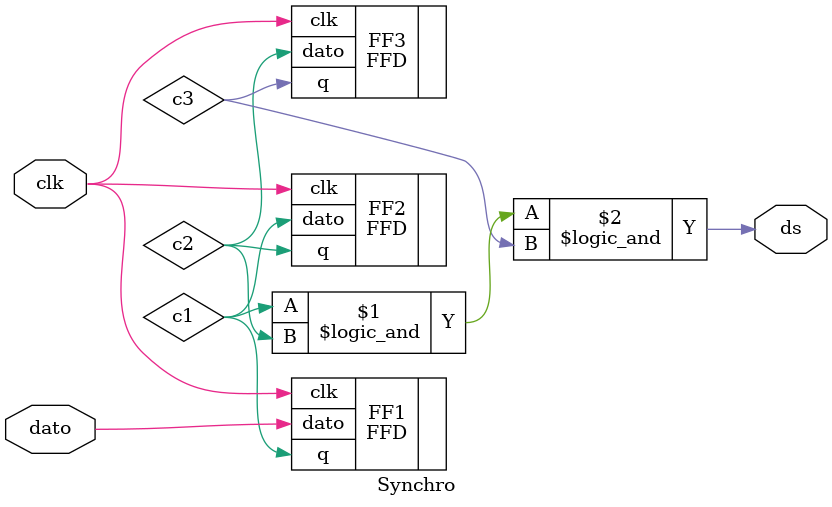
<source format=v>
`timescale 1ns / 1ps
module Synchro(dato,clk,ds);
input wire dato,clk;
output wire ds;

wire c1,c2,c3;

FFD FF1(
    .dato(dato), 
    .clk(clk), 
    .q(c1)
    );
FFD FF2(
    .dato(c1), 
    .clk(clk), 
    .q(c2)
    );
FFD FF3(
    .dato(c2), 
    .clk(clk), 
    .q(c3)
    );
	 

assign ds = c1 && c2 && c3; 

endmodule

</source>
